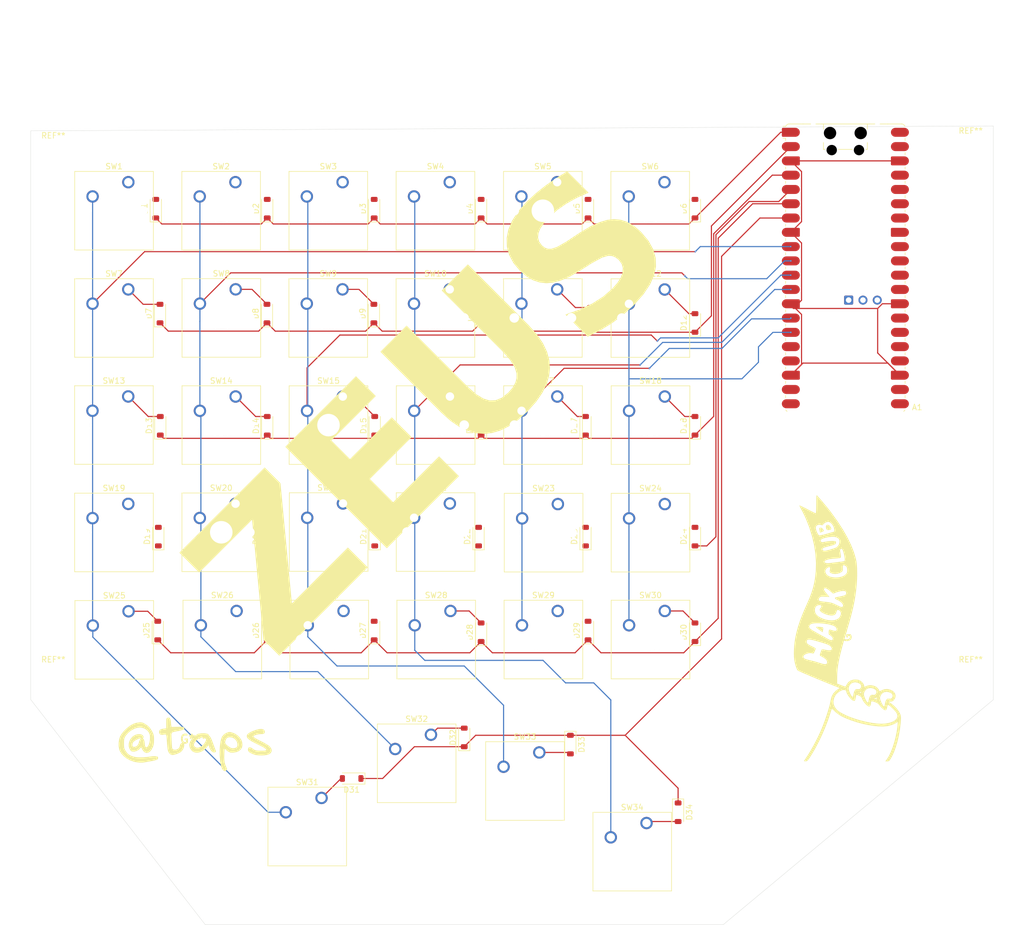
<source format=kicad_pcb>
(kicad_pcb (version 20241229) (generator "pcbnew") (generator_version "9.0")
  (layers (0 "F.Cu" signal) (2 "B.Cu" signal) (13 "F.Paste" user) (15 "B.Paste" user) (5 "F.SilkS" user "F.Silkscreen") (7 "B.SilkS" user "B.Silkscreen") (1 "F.Mask" user) (3 "B.Mask" user) (25 "Edge.Cuts" user))
  (net 0 "")
  (net 3 "col5")
  (net 11 "Net-(A1-GND-Pad13)")
  (net 12 "col6")
  (net 17 "row4")
  (net 20 "row3")
  (net 21 "col3")
  (net 24 "col4")
  (net 25 "col2")
  (net 28 "col1")
  (net 29 "row1")
  (net 31 "row2")
  (net 32 "row5")
  (net 34 "Net-(D1-A)")
  (net 35 "Net-(D2-A)")
  (net 36 "Net-(D3-A)")
  (net 37 "Net-(D4-A)")
  (net 38 "Net-(D5-A)")
  (net 39 "Net-(D6-A)")
  (net 40 "Net-(D7-A)")
  (net 41 "Net-(D8-A)")
  (net 42 "Net-(D9-A)")
  (net 43 "Net-(D10-A)")
  (net 44 "Net-(D11-A)")
  (net 45 "Net-(D12-A)")
  (net 46 "Net-(D13-A)")
  (net 47 "Net-(D14-A)")
  (net 48 "Net-(D15-A)")
  (net 49 "Net-(D16-A)")
  (net 50 "Net-(D17-A)")
  (net 51 "Net-(D18-A)")
  (net 52 "Net-(D19-A)")
  (net 53 "Net-(D20-A)")
  (net 54 "Net-(D21-A)")
  (net 55 "Net-(D22-A)")
  (net 56 "Net-(D23-A)")
  (net 57 "Net-(D24-A)")
  (net 58 "Net-(D25-A)")
  (net 59 "Net-(D26-A)")
  (net 60 "Net-(D27-A)")
  (net 61 "Net-(D28-A)")
  (net 62 "Net-(D29-A)")
  (net 63 "Net-(D30-A)")
  (net 64 "Net-(D31-A)")
  (net 65 "Net-(D32-A)")
  (net 66 "Net-(D33-A)")
  (net 67 "Net-(D34-A)")
  (net 68 "row6")
  (footprint "Diode_SMD:D_SOD-123" (layer "F.Cu") (at 91 91 90)
    (property "Reference" "D20")
    (property "Value" "1N4148WT")
  )
  (footprint "Diode_SMD:D_SOD-123" (layer "F.Cu") (at 144.86 127.97 -90)
    (property "Reference" "D33")
    (property "Value" "1N4148WT")
  )
  (footprint "Button_Switch_Keyboard:SW_Cherry_MX_1.00u_PCB" (layer "F.Cu") (at 142.54 66.095)
    (property "Reference" "SW17")
    (property "Value" "SW_Push")
  )
  (footprint "Diode_SMD:D_SOD-123" (layer "F.Cu") (at 167 71.3 90)
    (property "Reference" "D18")
    (property "Value" "1N4148WT")
  )
  (footprint "Button_Switch_Keyboard:SW_Cherry_MX_1.00u_PCB" (layer "F.Cu") (at 161.64 85.22)
    (property "Reference" "SW24")
    (property "Value" "SW_Push")
  )
  (footprint "Button_Switch_Keyboard:SW_Cherry_MX_1.00u_PCB" (layer "F.Cu") (at 66.36 104.27)
    (property "Reference" "SW25")
    (property "Value" "SW_Push")
  )
  (footprint "Diode_SMD:D_SOD-123" (layer "F.Cu") (at 110 107.7 90)
    (property "Reference" "D27")
    (property "Value" "1N4148WT")
  )
  (footprint "Diode_SMD:D_SOD-123" (layer "F.Cu") (at 129 71.3 90)
    (property "Reference" "D16")
    (property "Value" "1N4148WT")
  )
  (footprint "Button_Switch_Keyboard:SW_Cherry_MX_1.00u_PCB" (layer "F.Cu") (at 104.375 47.045)
    (property "Reference" "SW9")
    (property "Value" "SW_Push")
  )
  (footprint "Button_Switch_Keyboard:SW_Cherry_MX_1.00u_PCB" (layer "F.Cu") (at 85.39 47.04)
    (property "Reference" "SW8")
    (property "Value" "SW_Push")
  )
  (footprint "LOGO" (layer "F.Cu") (at 194 107.25 90)
    (property "Reference" "G***")
    (property "Value" "LOGO" (hide yes))
  )
  (footprint "Diode_SMD:D_SOD-123" (layer "F.Cu") (at 110.1 71.3 90)
    (property "Reference" "D15")
    (property "Value" "1N4148WT")
  )
  (footprint "Button_Switch_Keyboard:SW_Cherry_MX_1.00u_PCB" (layer "F.Cu") (at 142.61 104.22)
    (property "Reference" "SW29")
    (property "Value" "SW_Push")
  )
  (footprint "Button_Switch_Keyboard:SW_Cherry_MX_1.00u_PCB" (layer "F.Cu") (at 104.56 104.22)
    (property "Reference" "SW27")
    (property "Value" "SW_Push")
  )
  (footprint "Diode_SMD:D_SOD-123" (layer "F.Cu") (at 129 32.7 90)
    (property "Reference" "D4")
    (property "Value" "1N4148WT")
  )
  (footprint "Diode_SMD:D_SOD-123" (layer "F.Cu") (at 147.55 91 90)
    (property "Reference" "D23")
    (property "Value" "1N4148WT")
  )
  (footprint "Button_Switch_Keyboard:SW_Cherry_MX_1.00u_PCB" (layer "F.Cu") (at 66.31 47.05)
    (property "Reference" "SW7")
    (property "Value" "SW_Push")
  )
  (footprint "Diode_SMD:D_SOD-123" (layer "F.Cu") (at 106 134 180)
    (property "Reference" "D31")
    (property "Value" "1N4148WT")
  )
  (footprint "Button_Switch_Keyboard:SW_Cherry_MX_1.00u_PCB" (layer "F.Cu") (at 66.31 85.18)
    (property "Reference" "SW19")
    (property "Value" "SW_Push")
  )
  (footprint "Diode_SMD:D_SOD-123" (layer "F.Cu") (at 71.2 32.7 90)
    (property "Reference" "D1")
    (property "Value" "1N4148WT")
  )
  (footprint "Diode_SMD:D_SOD-123" (layer "F.Cu") (at 91 32.7 90)
    (property "Reference" "D2")
    (property "Value" "1N4148WT")
  )
  (footprint "MountingHole:MountingHole_2.2mm_M2" (layer "F.Cu") (at 216 22)
    (property "Reference" "REF**")
    (property "Value" "MountingHole_2.2mm_M2")
  )
  (footprint "Diode_SMD:D_SOD-123" (layer "F.Cu") (at 167 108 90)
    (property "Reference" "D30")
    (property "Value" "1N4148WT")
  )
  (footprint "Diode_SMD:D_SOD-123" (layer "F.Cu") (at 167 91 90)
    (property "Reference" "D24")
    (property "Value" "1N4148WT")
  )
  (footprint "MountingHole:MountingHole_2.2mm_M2" (layer "F.Cu") (at 53 22.865)
    (property "Reference" "REF**")
    (property "Value" "MountingHole_2.2mm_M2")
  )
  (footprint "Button_Switch_Keyboard:SW_Cherry_MX_1.00u_PCB" (layer "F.Cu") (at 123.43 27.99)
    (property "Reference" "SW4")
    (property "Value" "SW_Push")
  )
  (footprint "Button_Switch_Keyboard:SW_Cherry_MX_1.00u_PCB" (layer "F.Cu") (at 85.56 104.22)
    (property "Reference" "SW26")
    (property "Value" "SW_Push")
  )
  (footprint "Diode_SMD:D_SOD-123" (layer "F.Cu") (at 110.1 91 90)
    (property "Reference" "D21")
    (property "Value" "1N4148WT")
  )
  (footprint "Diode_SMD:D_SOD-123" (layer "F.Cu") (at 90.95 51.35 90)
    (property "Reference" "D8")
    (property "Value" "1N4148WT")
  )
  (footprint "Diode_SMD:D_SOD-123" (layer "F.Cu") (at 71.65 91 90)
    (property "Reference" "D19")
    (property "Value" "1N4148WT")
  )
  (footprint "Button_Switch_Keyboard:SW_Cherry_MX_1.00u_PCB" (layer "F.Cu") (at 161.64 66.1)
    (property "Reference" "SW18")
    (property "Value" "SW_Push")
  )
  (footprint "Diode_SMD:D_SOD-123" (layer "F.Cu") (at 71.95 51.35 90)
    (property "Reference" "D7")
    (property "Value" "1N4148WT")
  )
  (footprint "Button_Switch_Keyboard:SW_Cherry_MX_1.00u_PCB" (layer "F.Cu") (at 142.515 47.045)
    (property "Reference" "SW11")
    (property "Value" "SW_Push")
  )
  (footprint "Button_Switch_Keyboard:SW_Cherry_MX_1.00u_PCB" (layer "F.Cu") (at 100.65 137.46)
    (property "Reference" "SW31")
    (property "Value" "SW_Push")
  )
  (footprint "Button_Switch_Keyboard:SW_Cherry_MX_1.00u_PCB" (layer "F.Cu") (at 66.3 66.085)
    (property "Reference" "SW13")
    (property "Value" "SW_Push")
  )
  (footprint "Button_Switch_Keyboard:SW_Cherry_MX_1.00u_PCB" (layer "F.Cu") (at 120.09 126.22)
    (property "Reference" "SW32")
    (property "Value" "SW_Push")
  )
  (footprint "Diode_SMD:D_SOD-123" (layer "F.Cu") (at 126 126.7 90)
    (property "Reference" "D32")
    (property "Value" "1N4148WT")
  )
  (footprint "Diode_SMD:D_SOD-123" (layer "F.Cu") (at 164 140 -90)
    (property "Reference" "D34")
    (property "Value" "1N4148WT")
  )
  (footprint "Button_Switch_Keyboard:SW_Cherry_MX_1.00u_PCB" (layer "F.Cu") (at 104.39 27.99)
    (property "Reference" "SW3")
    (property "Value" "SW_Push")
  )
  (footprint "Button_Switch_Keyboard:SW_Cherry_MX_1.00u_PCB" (layer "F.Cu") (at 142.51 27.99)
    (property "Reference" "SW5")
    (property "Value" "SW_Push")
  )
  (footprint "Button_Switch_Keyboard:SW_Cherry_MX_1.00u_PCB" (layer "F.Cu") (at 66.32 27.99)
    (property "Reference" "SW1")
    (property "Value" "SW_Push")
  )
  (footprint "Diode_SMD:D_SOD-123" (layer "F.Cu") (at 91 107.7 90)
    (property "Reference" "D26")
    (property "Value" "1N4148WT")
  )
  (footprint "Button_Switch_Keyboard:SW_Cherry_MX_1.00u_PCB" (layer "F.Cu") (at 158.39 141.92)
    (property "Reference" "SW34")
    (property "Value" "SW_Push")
  )
  (footprint "Diode_SMD:D_SOD-123" (layer "F.Cu") (at 91 71.3 90)
    (property "Reference" "D14")
    (property "Value" "1N4148WT")
  )
  (footprint "Diode_SMD:D_SOD-123" (layer "F.Cu") (at 148 32.7 90)
    (property "Reference" "D5")
    (property "Value" "1N4148WT")
  )
  (footprint "Button_Switch_Keyboard:SW_Cherry_MX_1.00u_PCB" (layer "F.Cu") (at 123.45 85.11)
    (property "Reference" "SW22")
    (property "Value" "SW_Push")
  )
  (footprint "MountingHole:MountingHole_2.2mm_M2" (layer "F.Cu") (at 216 116)
    (property "Reference" "REF**")
    (property "Value" "MountingHole_2.2mm_M2")
  )
  (footprint "Diode_SMD:D_SOD-123" (layer "F.Cu") (at 109.95 51.35 90)
    (property "Reference" "D9")
    (property "Value" "1N4148WT")
  )
  (footprint "Button_Switch_Keyboard:SW_Cherry_MX_1.00u_PCB" (layer "F.Cu") (at 104.425 66.1)
    (property "Reference" "SW15")
    (property "Value" "SW_Push")
  )
  (footprint "Button_Switch_Keyboard:SW_Cherry_MX_1.00u_PCB" (layer "F.Cu") (at 142.64 85.22)
    (property "Reference" "SW23")
    (property "Value" "SW_Push")
  )
  (footprint "Button_Switch_Keyboard:SW_Cherry_MX_1.00u_PCB" (layer "F.Cu") (at 161.64 104.22)
    (property "Reference" "SW30")
    (property "Value" "SW_Push")
  )
  (footprint "Diode_SMD:D_SOD-123" (layer "F.Cu") (at 147.55 71.3 90)
    (property "Reference" "D17")
    (property "Value" "1N4148WT")
  )
  (footprint "Diode_SMD:D_SOD-123" (layer "F.Cu") (at 129 108 90)
    (property "Reference" "D28")
    (property "Value" "1N4148WT")
  )
  (footprint "Diode_SMD:D_SOD-123" (layer "F.Cu") (at 167 53.015 90)
    (property "Reference" "D12")
    (property "Value" "1N4148WT")
  )
  (footprint "Button_Switch_Keyboard:SW_Cherry_MX_1.00u_PCB" (layer "F.Cu") (at 85.35 27.99)
    (property "Reference" "SW2")
    (property "Value" "SW_Push")
  )
  (footprint "Button_Switch_Keyboard:SW_Cherry_MX_1.00u_PCB" (layer "F.Cu") (at 85.37 85.15)
    (property "Reference" "SW20")
    (property "Value" "SW_Push")
  )
  (footprint "Diode_SMD:D_SOD-123" (layer "F.Cu") (at 148 107.7 90)
    (property "Reference" "D29")
    (property "Value" "1N4148WT")
  )
  (footprint "Button_Switch_Keyboard:SW_Cherry_MX_1.00u_PCB" (layer "F.Cu") (at 104.45 85.11)
    (property "Reference" "SW21")
    (property "Value" "SW_Push")
  )
  (footprint "Diode_SMD:D_SOD-123" (layer "F.Cu") (at 128.55 91 90)
    (property "Reference" "D22")
    (property "Value" "1N4148WT")
  )
  (footprint "Module:RaspberryPi_Pico_W_SMD_HandSolder" (layer "F.Cu") (at 193.72 43.255)
    (property "Reference" "A1")
    (property "Value" "RaspberryPi_Pico_W")
  )
  (footprint "Diode_SMD:D_SOD-123" (layer "F.Cu") (at 167 32.7 90)
    (property "Reference" "D6")
    (property "Value" "1N4148WT")
  )
  (footprint "Button_Switch_Keyboard:SW_Cherry_MX_1.00u_PCB" (layer "F.Cu") (at 123.425 47.045)
    (property "Reference" "SW10")
    (property "Value" "SW_Push")
  )
  (footprint "Diode_SMD:D_SOD-123" (layer "F.Cu") (at 148.425 51.925 90)
    (property "Reference" "D11")
    (property "Value" "1N4148WT")
  )
  (footprint "Button_Switch_Keyboard:SW_Cherry_MX_1.00u_PCB" (layer "F.Cu") (at 123.46 66.095)
    (property "Reference" "SW16")
    (property "Value" "SW_Push")
  )
  (footprint "Diode_SMD:D_SOD-123" (layer "F.Cu") (at 128.95 51.365 90)
    (property "Reference" "D10")
    (property "Value" "1N4148WT")
  )
  (footprint "Diode_SMD:D_SOD-123" (layer "F.Cu") (at 71.55 107.7 90)
    (property "Reference" "D25")
    (property "Value" "1N4148WT")
  )
  (footprint "Diode_SMD:D_SOD-123" (layer "F.Cu") (at 110 32.7 90)
    (property "Reference" "D3")
    (property "Value" "1N4148WT")
  )
  (footprint "Button_Switch_Keyboard:SW_Cherry_MX_1.00u_PCB" (layer "F.Cu") (at 139.34 129.37)
    (property "Reference" "SW33")
    (property "Value" "SW_Push")
  )
  (footprint "Button_Switch_Keyboard:SW_Cherry_MX_1.00u_PCB" (layer "F.Cu") (at 85.385 66.095)
    (property "Reference" "SW14")
    (property "Value" "SW_Push")
  )
  (footprint "Button_Switch_Keyboard:SW_Cherry_MX_1.00u_PCB" (layer "F.Cu") (at 123.56 104.22)
    (property "Reference" "SW28")
    (property "Value" "SW_Push")
  )
  (footprint "MountingHole:MountingHole_2.2mm_M2" (layer "F.Cu") (at 53 116)
    (property "Reference" "REF**")
    (property "Value" "MountingHole_2.2mm_M2")
  )
  (footprint "Button_Switch_Keyboard:SW_Cherry_MX_1.00u_PCB" (layer "F.Cu") (at 161.58 27.99)
    (property "Reference" "SW6")
    (property "Value" "SW_Push")
  )
  (footprint "LOGO" (layer "F.Cu") (at 78 127)
    (property "Reference" "G***")
    (property "Value" "LOGO" (hide yes))
  )
  (footprint "Button_Switch_Keyboard:SW_Cherry_MX_1.00u_PCB" (layer "F.Cu") (at 161.62 47.07)
    (property "Reference" "SW12")
    (property "Value" "SW_Push")
  )
  (footprint "Diode_SMD:D_SOD-123" (layer "F.Cu") (at 72 71.3 90)
    (property "Reference" "D13")
    (property "Value" "1N4148WT")
  )
  (gr_line (start 220 120) (end 220 18) (stroke (width 0.05)) (layer "Edge.Cuts"))
  (gr_line (start 80 160) (end 172 160) (stroke (width 0.05)) (layer "Edge.Cuts"))
  (gr_line (start 220 18) (end 49 18.865) (stroke (width 0.05)) (layer "Edge.Cuts"))
  (gr_line (start 172 160) (end 220 120) (stroke (width 0.05)) (layer "Edge.Cuts"))
  (gr_line (start 49 18.865) (end 49 120) (stroke (width 0.05)) (layer "Edge.Cuts"))
  (gr_line (start 80 160) (end 49 120) (stroke (width 0.05)) (layer "Edge.Cuts"))
  (gr_text "ZEUS" (at 95.035 116.285 45) (layer "F.SilkS") (effects (font (size 25 25) (thickness 1) (bold yes)) (justify left bottom)))
  (segment (start 136.19 68.635) (end 143.745 61.08) (width 0.2) (layer "F.Cu") (net 3))
  (segment (start 143.745 61.08) (end 158.89 61.08) (width 0.2) (layer "F.Cu") (net 3))
  (via micro (at 158.89 61.08) (size 0.3) (drill 0.1) (layers "F.Cu" "B.Cu") (net 3))
  (via micro (at 184.03 52.145) (size 0.3) (drill 0.1) (layers "F.Cu" "B.Cu") (net 3))
  (segment (start 183.885 52.29) (end 184.03 52.145) (width 0.2) (layer "B.Cu") (net 3))
  (segment (start 171.79 57.55) (end 177.05 52.29) (width 0.2) (layer "B.Cu") (net 3))
  (segment (start 136.16 30.53) (end 136.26 30.63) (width 0.2) (layer "B.Cu") (net 3))
  (segment (start 162.42 57.55) (end 171.79 57.55) (width 0.2) (layer "B.Cu") (net 3))
  (segment (start 136.26 30.63) (end 136.26 106.76) (width 0.2) (layer "B.Cu") (net 3))
  (segment (start 158.89 61.08) (end 162.42 57.55) (width 0.2) (layer "B.Cu") (net 3))
  (segment (start 177.05 52.29) (end 183.885 52.29) (width 0.2) (layer "B.Cu") (net 3))
  (segment (start 199.45615 58.35115) (end 199.45615 50.44) (width 0.2) (layer "F.Cu") (net 11))
  (segment (start 201.259 60.154) (end 203.41 62.305) (width 0.2) (layer "F.Cu") (net 11))
  (segment (start 199.45615 50.44) (end 200.29115 49.605) (width 0.2) (layer "F.Cu") (net 11))
  (segment (start 185.931 60.404) (end 184.03 62.305) (width 0.2) (layer "F.Cu") (net 11))
  (segment (start 185.931 26.106) (end 185.931 35.004) (width 0.2) (layer "F.Cu") (net 11))
  (segment (start 200.29115 49.605) (end 203.41 49.605) (width 0.2) (layer "F.Cu") (net 11))
  (segment (start 184.03 49.605) (end 185.931 51.506) (width 0.2) (layer "F.Cu") (net 11))
  (segment (start 184.03 24.205) (end 185.931 26.106) (width 0.2) (layer "F.Cu") (net 11))
  (segment (start 184.03 62.305) (end 186.181 60.154) (width 0.2) (layer "F.Cu") (net 11))
  (segment (start 185.931 38.806) (end 185.931 48.979) (width 0.2) (layer "F.Cu") (net 11))
  (segment (start 184.03 36.905) (end 185.931 38.806) (width 0.2) (layer "F.Cu") (net 11))
  (segment (start 185.931 51.506) (end 185.931 60.404) (width 0.2) (layer "F.Cu") (net 11))
  (segment (start 185.931 35.004) (end 184.03 36.905) (width 0.2) (layer "F.Cu") (net 11))
  (segment (start 203.41 62.305) (end 199.45615 58.35115) (width 0.2) (layer "F.Cu") (net 11))
  (segment (start 185.931 48.979) (end 184.47 50.44) (width 0.2) (layer "F.Cu") (net 11))
  (segment (start 184.47 50.44) (end 199.45615 50.44) (width 0.2) (layer "F.Cu") (net 11))
  (segment (start 186.181 60.154) (end 201.259 60.154) (width 0.2) (layer "F.Cu") (net 11))
  (segment (start 203.41 24.205) (end 184.03 24.205) (width 0.2) (layer "F.Cu") (net 11))
  (via micro (at 184.03 54.685) (size 0.3) (drill 0.1) (layers "F.Cu" "B.Cu") (net 12))
  (segment (start 178.28 57.26) (end 180.855 54.685) (width 0.2) (layer "B.Cu") (net 12))
  (segment (start 180.855 54.685) (end 184.03 54.685) (width 0.2) (layer "B.Cu") (net 12))
  (segment (start 155.23 49.57) (end 155.27 49.61) (width 0.2) (layer "B.Cu") (net 12))
  (segment (start 155.27 49.61) (end 155.27 62.95) (width 0.2) (layer "B.Cu") (net 12))
  (segment (start 155.27 62.95) (end 175.33 62.95) (width 0.2) (layer "B.Cu") (net 12))
  (segment (start 175.33 62.95) (end 178.28 60) (width 0.2) (layer "B.Cu") (net 12))
  (segment (start 155.27 106.74) (end 155.29 106.76) (width 0.2) (layer "B.Cu") (net 12))
  (segment (start 155.23 30.53) (end 155.23 49.57) (width 0.2) (layer "B.Cu") (net 12))
  (segment (start 178.28 60) (end 178.28 57.26) (width 0.2) (layer "B.Cu") (net 12))
  (segment (start 155.27 62.95) (end 155.27 106.74) (width 0.2) (layer "B.Cu") (net 12))
  (segment (start 170.724 91.026) (end 169.1 92.65) (width 0.2) (layer "F.Cu") (net 17))
  (segment (start 184.03 29.285) (end 181.891 31.424) (width 0.2) (layer "F.Cu") (net 17))
  (segment (start 176.626 31.424) (end 170.724 37.326) (width 0.2) (layer "F.Cu") (net 17))
  (segment (start 170.724 37.326) (end 170.724 91.026) (width 0.2) (layer "F.Cu") (net 17))
  (segment (start 181.891 31.424) (end 176.626 31.424) (width 0.2) (layer "F.Cu") (net 17))
  (segment (start 169.1 92.65) (end 167 92.65) (width 0.2) (layer "F.Cu") (net 17))
  (segment (start 180.7379 26.745) (end 184.03 26.745) (width 0.2) (layer "F.Cu") (net 20))
  (segment (start 167 72.95) (end 170.323 69.627) (width 0.2) (layer "F.Cu") (net 20))
  (segment (start 72.576 73.526) (end 90.424 73.526) (width 0.2) (layer "F.Cu") (net 20))
  (segment (start 148.131 73.531) (end 147.55 72.95) (width 0.2) (layer "F.Cu") (net 20))
  (segment (start 110.1 72.95) (end 109.519 73.531) (width 0.2) (layer "F.Cu") (net 20))
  (segment (start 166.419 73.531) (end 148.131 73.531) (width 0.2) (layer "F.Cu") (net 20))
  (segment (start 170.323 69.627) (end 170.323 37.1599) (width 0.2) (layer "F.Cu") (net 20))
  (segment (start 146.974 73.526) (end 129.576 73.526) (width 0.2) (layer "F.Cu") (net 20))
  (segment (start 129 72.95) (end 128.424 73.526) (width 0.2) (layer "F.Cu") (net 20))
  (segment (start 109.519 73.531) (end 91.581 73.531) (width 0.2) (layer "F.Cu") (net 20))
  (segment (start 110.676 73.526) (end 110.1 72.95) (width 0.2) (layer "F.Cu") (net 20))
  (segment (start 90.424 73.526) (end 91 72.95) (width 0.2) (layer "F.Cu") (net 20))
  (segment (start 147.55 72.95) (end 146.974 73.526) (width 0.2) (layer "F.Cu") (net 20))
  (segment (start 72 72.95) (end 72.576 73.526) (width 0.2) (layer "F.Cu") (net 20))
  (segment (start 167 72.95) (end 166.419 73.531) (width 0.2) (layer "F.Cu") (net 20))
  (segment (start 129.576 73.526) (end 129 72.95) (width 0.2) (layer "F.Cu") (net 20))
  (segment (start 91.581 73.531) (end 91 72.95) (width 0.2) (layer "F.Cu") (net 20))
  (segment (start 170.323 37.1599) (end 180.7379 26.745) (width 0.2) (layer "F.Cu") (net 20))
  (segment (start 128.424 73.526) (end 110.676 73.526) (width 0.2) (layer "F.Cu") (net 20))
  (segment (start 98.075 60.995) (end 98.075 68.64) (width 0.2) (layer "F.Cu") (net 21))
  (segment (start 160.31 56.24) (end 159.24 55.17) (width 0.2) (layer "F.Cu") (net 21))
  (segment (start 184.015 44.525) (end 184.01 44.52) (width 0.2) (layer "F.Cu") (net 21))
  (segment (start 103.9 55.17) (end 98.075 60.995) (width 0.2) (layer "F.Cu") (net 21))
  (segment (start 184.03 44.525) (end 184.015 44.525) (width 0.2) (layer "F.Cu") (net 21))
  (segment (start 159.24 55.17) (end 103.9 55.17) (width 0.2) (layer "F.Cu") (net 21))
  (via micro (at 184.01 44.52) (size 0.3) (drill 0.1) (layers "F.Cu" "B.Cu") (net 21))
  (via micro (at 160.31 56.24) (size 0.3) (drill 0.1) (layers "F.Cu" "B.Cu") (net 21))
  (segment (start 160.88 55.67) (end 160.31 56.24) (width 0.2) (layer "B.Cu") (net 21))
  (segment (start 98.21 108.814816) (end 103.395184 114) (width 0.2) (layer "B.Cu") (net 21))
  (segment (start 171.12 55.67) (end 160.88 55.67) (width 0.2) (layer "B.Cu") (net 21))
  (segment (start 98.21 106.76) (end 98.21 30.7) (width 0.2) (layer "B.Cu") (net 21))
  (segment (start 98.21 30.7) (end 98.04 30.53) (width 0.2) (layer "B.Cu") (net 21))
  (segment (start 132.99 120.99) (end 132.99 131.91) (width 0.2) (layer "B.Cu") (net 21))
  (segment (start 103.395184 114) (end 126 114) (width 0.2) (layer "B.Cu") (net 21))
  (segment (start 126 114) (end 132.99 120.99) (width 0.2) (layer "B.Cu") (net 21))
  (segment (start 98.21 106.76) (end 98.21 108.814816) (width 0.2) (layer "B.Cu") (net 21))
  (segment (start 184.01 44.52) (end 182.27 44.52) (width 0.2) (layer "B.Cu") (net 21))
  (segment (start 182.27 44.52) (end 171.12 55.67) (width 0.2) (layer "B.Cu") (net 21))
  (segment (start 125.265 60.48) (end 157.25 60.48) (width 0.2) (layer "F.Cu") (net 24))
  (segment (start 117.11 68.635) (end 125.265 60.48) (width 0.2) (layer "F.Cu") (net 24))
  (via micro (at 184.03 47.065) (size 0.3) (drill 0.1) (layers "F.Cu" "B.Cu") (net 24))
  (via micro (at 157.25 60.48) (size 0.3) (drill 0.1) (layers "F.Cu" "B.Cu") (net 24))
  (segment (start 144 117) (end 149 117) (width 0.2) (layer "B.Cu") (net 24))
  (segment (start 161.26 56.47) (end 171.76 56.47) (width 0.2) (layer "B.Cu") (net 24))
  (segment (start 181.165 47.065) (end 184.03 47.065) (width 0.2) (layer "B.Cu") (net 24))
  (segment (start 117.08 30.53) (end 117.21 30.66) (width 0.2) (layer "B.Cu") (net 24))
  (segment (start 117.21 30.66) (end 117.21 106.76) (width 0.2) (layer "B.Cu") (net 24))
  (segment (start 119 113) (end 140 113) (width 0.2) (layer "B.Cu") (net 24))
  (segment (start 152.04 120.04) (end 152.04 144.46) (width 0.2) (layer "B.Cu") (net 24))
  (segment (start 117.21 106.76) (end 117.21 111.21) (width 0.2) (layer "B.Cu") (net 24))
  (segment (start 171.76 56.47) (end 181.165 47.065) (width 0.2) (layer "B.Cu") (net 24))
  (segment (start 117.21 111.21) (end 119 113) (width 0.2) (layer "B.Cu") (net 24))
  (segment (start 157.25 60.48) (end 161.26 56.47) (width 0.2) (layer "B.Cu") (net 24))
  (segment (start 140 113) (end 144 117) (width 0.2) (layer "B.Cu") (net 24))
  (segment (start 149 117) (end 152.04 120.04) (width 0.2) (layer "B.Cu") (net 24))
  (segment (start 84.51 44.11) (end 164.65 44.11) (width 0.2) (layer "F.Cu") (net 25))
  (segment (start 164.65 44.11) (end 165.19 44.65) (width 0.2) (layer "F.Cu") (net 25))
  (segment (start 79.04 49.58) (end 84.51 44.11) (width 0.2) (layer "F.Cu") (net 25))
  (via micro (at 165.19 44.65) (size 0.3) (drill 0.1) (layers "F.Cu" "B.Cu") (net 25))
  (via micro (at 184.03 41.985) (size 0.3) (drill 0.1) (layers "F.Cu" "B.Cu") (net 25))
  (segment (start 79.035 52.745) (end 79.035 68.635) (width 0.2) (layer "B.Cu") (net 25))
  (segment (start 165.69 45.15) (end 179.75 45.15) (width 0.2) (layer "B.Cu") (net 25))
  (segment (start 79.21 108.814816) (end 85.395184 115) (width 0.2) (layer "B.Cu") (net 25))
  (segment (start 79.04 49.58) (end 79.04 52.74) (width 0.2) (layer "B.Cu") (net 25))
  (segment (start 79.035 68.635) (end 79.21 68.81) (width 0.2) (layer "B.Cu") (net 25))
  (segment (start 79.04 30.57) (end 79 30.53) (width 0.2) (layer "B.Cu") (net 25))
  (segment (start 79.04 49.58) (end 79.04 30.57) (width 0.2) (layer "B.Cu") (net 25))
  (segment (start 79.21 106.76) (end 79.21 108.814816) (width 0.2) (layer "B.Cu") (net 25))
  (segment (start 165.19 44.65) (end 165.69 45.15) (width 0.2) (layer "B.Cu") (net 25))
  (segment (start 182.915 41.985) (end 184.03 41.985) (width 0.2) (layer "B.Cu") (net 25))
  (segment (start 79.04 52.74) (end 79.035 52.745) (width 0.2) (layer "B.Cu") (net 25))
  (segment (start 85.395184 115) (end 99.98 115) (width 0.2) (layer "B.Cu") (net 25))
  (segment (start 79.21 68.81) (end 79.21 106.76) (width 0.2) (layer "B.Cu") (net 25))
  (segment (start 99.98 115) (end 113.74 128.76) (width 0.2) (layer "B.Cu") (net 25))
  (segment (start 179.75 45.15) (end 182.915 41.985) (width 0.2) (layer "B.Cu") (net 25))
  (segment (start 184.005 39.445) (end 184 39.44) (width 0.2) (layer "F.Cu") (net 28))
  (segment (start 167.05 40.34) (end 69.21 40.34) (width 0.2) (layer "F.Cu") (net 28))
  (segment (start 184.03 39.445) (end 184.005 39.445) (width 0.2) (layer "F.Cu") (net 28))
  (segment (start 69.21 40.34) (end 59.96 49.59) (width 0.2) (layer "F.Cu") (net 28))
  (via micro (at 184 39.44) (size 0.3) (drill 0.1) (layers "F.Cu" "B.Cu") (net 28))
  (via micro (at 167.05 40.34) (size 0.3) (drill 0.1) (layers "F.Cu" "B.Cu") (net 28))
  (segment (start 60.01 106.81) (end 60.01 108.864816) (width 0.2) (layer "B.Cu") (net 28))
  (segment (start 60.01 108.864816) (end 91.145184 140) (width 0.2) (layer "B.Cu") (net 28))
  (segment (start 184 39.44) (end 167.95 39.44) (width 0.2) (layer "B.Cu") (net 28))
  (segment (start 60.01 106.81) (end 59.97 106.77) (width 0.2) (layer "B.Cu") (net 28))
  (segment (start 91.145184 140) (end 94.3 140) (width 0.2) (layer "B.Cu") (net 28))
  (segment (start 167.95 39.44) (end 167.05 40.34) (width 0.2) (layer "B.Cu") (net 28))
  (segment (start 59.97 106.77) (end 59.97 30.53) (width 0.2) (layer "B.Cu") (net 28))
  (segment (start 167 34.35) (end 165.925 35.425) (width 0.2) (layer "F.Cu") (net 29))
  (segment (start 72.271 35.421) (end 71.2 34.35) (width 0.2) (layer "F.Cu") (net 29))
  (segment (start 182.225 19.125) (end 167 34.35) (width 0.2) (layer "F.Cu") (net 29))
  (segment (start 148 34.35) (end 146.929 35.421) (width 0.2) (layer "F.Cu") (net 29))
  (segment (start 110 34.35) (end 108.929 35.421) (width 0.2) (layer "F.Cu") (net 29))
  (segment (start 130.071 35.421) (end 129 34.35) (width 0.2) (layer "F.Cu") (net 29))
  (segment (start 111.075 35.425) (end 110 34.35) (width 0.2) (layer "F.Cu") (net 29))
  (segment (start 92.071 35.421) (end 91 34.35) (width 0.2) (layer "F.Cu") (net 29))
  (segment (start 146.929 35.421) (end 130.071 35.421) (width 0.2) (layer "F.Cu") (net 29))
  (segment (start 127.925 35.425) (end 111.075 35.425) (width 0.2) (layer "F.Cu") (net 29))
  (segment (start 149.075 35.425) (end 148 34.35) (width 0.2) (layer "F.Cu") (net 29))
  (segment (start 108.929 35.421) (end 92.071 35.421) (width 0.2) (layer "F.Cu") (net 29))
  (segment (start 165.925 35.425) (end 149.075 35.425) (width 0.2) (layer "F.Cu") (net 29))
  (segment (start 91 34.35) (end 89.929 35.421) (width 0.2) (layer "F.Cu") (net 29))
  (segment (start 129 34.35) (end 127.925 35.425) (width 0.2) (layer "F.Cu") (net 29))
  (segment (start 184.03 19.125) (end 182.225 19.125) (width 0.2) (layer "F.Cu") (net 29))
  (segment (start 89.929 35.421) (end 72.271 35.421) (width 0.2) (layer "F.Cu") (net 29))
  (segment (start 169.922 35.773) (end 169.922 51.743) (width 0.2) (layer "F.Cu") (net 31))
  (segment (start 149.515 54.665) (end 167 54.665) (width 0.2) (layer "F.Cu") (net 31))
  (segment (start 92.426 54.476) (end 90.95 53) (width 0.2) (layer "F.Cu") (net 31))
  (segment (start 184.03 21.665) (end 169.922 35.773) (width 0.2) (layer "F.Cu") (net 31))
  (segment (start 89.479 54.471) (end 90.95 53) (width 0.2) (layer "F.Cu") (net 31))
  (segment (start 108.474 54.476) (end 92.426 54.476) (width 0.2) (layer "F.Cu") (net 31))
  (segment (start 73.421 54.471) (end 89.479 54.471) (width 0.2) (layer "F.Cu") (net 31))
  (segment (start 148.425 53.575) (end 147.524 54.476) (width 0.2) (layer "F.Cu") (net 31))
  (segment (start 109.95 53) (end 108.474 54.476) (width 0.2) (layer "F.Cu") (net 31))
  (segment (start 147.524 54.476) (end 130.411 54.476) (width 0.2) (layer "F.Cu") (net 31))
  (segment (start 130.411 54.476) (end 128.95 53.015) (width 0.2) (layer "F.Cu") (net 31))
  (segment (start 128.95 53.015) (end 127.489 54.476) (width 0.2) (layer "F.Cu") (net 31))
  (segment (start 127.489 54.476) (end 111.426 54.476) (width 0.2) (layer "F.Cu") (net 31))
  (segment (start 169.922 51.743) (end 167 54.665) (width 0.2) (layer "F.Cu") (net 31))
  (segment (start 111.426 54.476) (end 109.95 53) (width 0.2) (layer "F.Cu") (net 31))
  (segment (start 71.95 53) (end 73.421 54.471) (width 0.2) (layer "F.Cu") (net 31))
  (segment (start 148.425 53.575) (end 149.515 54.665) (width 0.2) (layer "F.Cu") (net 31))
  (segment (start 129 109.65) (end 131.001 111.651) (width 0.2) (layer "F.Cu") (net 32))
  (segment (start 107.699 111.651) (end 93.301 111.651) (width 0.2) (layer "F.Cu") (net 32))
  (segment (start 110 109.35) (end 107.699 111.651) (width 0.2) (layer "F.Cu") (net 32))
  (segment (start 177.25 31.825) (end 184.03 31.825) (width 0.2) (layer "F.Cu") (net 32))
  (segment (start 88.699 111.651) (end 91 109.35) (width 0.2) (layer "F.Cu") (net 32))
  (segment (start 126.999 111.651) (end 112.301 111.651) (width 0.2) (layer "F.Cu") (net 32))
  (segment (start 71.55 109.35) (end 73.851 111.651) (width 0.2) (layer "F.Cu") (net 32))
  (segment (start 73.851 111.651) (end 88.699 111.651) (width 0.2) (layer "F.Cu") (net 32))
  (segment (start 148 109.35) (end 150.301 111.651) (width 0.2) (layer "F.Cu") (net 32))
  (segment (start 171.125 37.95) (end 177.25 31.825) (width 0.2) (layer "F.Cu") (net 32))
  (segment (start 164.999 111.651) (end 167 109.65) (width 0.2) (layer "F.Cu") (net 32))
  (segment (start 112.301 111.651) (end 110 109.35) (width 0.2) (layer "F.Cu") (net 32))
  (segment (start 167 109.65) (end 171.125 105.525) (width 0.2) (layer "F.Cu") (net 32))
  (segment (start 145.699 111.651) (end 148 109.35) (width 0.2) (layer "F.Cu") (net 32))
  (segment (start 129 109.65) (end 126.999 111.651) (width 0.2) (layer "F.Cu") (net 32))
  (segment (start 131.001 111.651) (end 145.699 111.651) (width 0.2) (layer "F.Cu") (net 32))
  (segment (start 93.301 111.651) (end 91 109.35) (width 0.2) (layer "F.Cu") (net 32))
  (segment (start 171.125 105.525) (end 171.125 37.95) (width 0.2) (layer "F.Cu") (net 32))
  (segment (start 150.301 111.651) (end 164.999 111.651) (width 0.2) (layer "F.Cu") (net 32))
  (segment (start 71.95 49.7) (end 68.96 49.7) (width 0.2) (layer "F.Cu") (net 40))
  (segment (start 68.96 49.7) (end 66.31 47.05) (width 0.2) (layer "F.Cu") (net 40))
  (segment (start 88.29 47.04) (end 90.95 49.7) (width 0.2) (layer "F.Cu") (net 41))
  (segment (start 85.39 47.04) (end 88.29 47.04) (width 0.2) (layer "F.Cu") (net 41))
  (segment (start 107.295 47.045) (end 109.95 49.7) (width 0.2) (layer "F.Cu") (net 42))
  (segment (start 104.375 47.045) (end 107.295 47.045) (width 0.2) (layer "F.Cu") (net 42))
  (segment (start 123.425 47.045) (end 126.095 49.715) (width 0.2) (layer "F.Cu") (net 43))
  (segment (start 126.095 49.715) (end 128.95 49.715) (width 0.2) (layer "F.Cu") (net 43))
  (segment (start 142.515 47.045) (end 145.745 50.275) (width 0.2) (layer "F.Cu") (net 44))
  (segment (start 145.745 50.275) (end 148.425 50.275) (width 0.2) (layer "F.Cu") (net 44))
  (segment (start 165.915 51.365) (end 161.62 47.07) (width 0.2) (layer "F.Cu") (net 45))
  (segment (start 167 51.365) (end 165.915 51.365) (width 0.2) (layer "F.Cu") (net 45))
  (segment (start 72 69.65) (end 69.865 69.65) (width 0.2) (layer "F.Cu") (net 46))
  (segment (start 69.865 69.65) (end 66.3 66.085) (width 0.2) (layer "F.Cu") (net 46))
  (segment (start 91 69.65) (end 88.94 69.65) (width 0.2) (layer "F.Cu") (net 47))
  (segment (start 88.94 69.65) (end 85.385 66.095) (width 0.2) (layer "F.Cu") (net 47))
  (segment (start 106.55 66.1) (end 110.1 69.65) (width 0.2) (layer "F.Cu") (net 48))
  (segment (start 104.425 66.1) (end 106.55 66.1) (width 0.2) (layer "F.Cu") (net 48))
  (segment (start 123.46 66.095) (end 125.445 66.095) (width 0.2) (layer "F.Cu") (net 49))
  (segment (start 125.445 66.095) (end 129 69.65) (width 0.2) (layer "F.Cu") (net 49))
  (segment (start 146.095 69.65) (end 147.55 69.65) (width 0.2) (layer "F.Cu") (net 50))
  (segment (start 142.54 66.095) (end 146.095 69.65) (width 0.2) (layer "F.Cu") (net 50))
  (segment (start 167 69.65) (end 165.19 69.65) (width 0.2) (layer "F.Cu") (net 51))
  (segment (start 165.19 69.65) (end 161.64 66.1) (width 0.2) (layer "F.Cu") (net 51))
  (segment (start 66.36 104.27) (end 69.77 104.27) (width 0.2) (layer "F.Cu") (net 58))
  (segment (start 69.77 104.27) (end 71.55 106.05) (width 0.2) (layer "F.Cu") (net 58))
  (segment (start 126.87 104.22) (end 129 106.35) (width 0.2) (layer "F.Cu") (net 61))
  (segment (start 123.56 104.22) (end 126.87 104.22) (width 0.2) (layer "F.Cu") (net 61))
  (segment (start 161.64 104.22) (end 164.87 104.22) (width 0.2) (layer "F.Cu") (net 63))
  (segment (start 164.87 104.22) (end 167 106.35) (width 0.2) (layer "F.Cu") (net 63))
  (segment (start 104.11 134) (end 104.35 134) (width 0.2) (layer "F.Cu") (net 64))
  (segment (start 100.65 137.46) (end 104.11 134) (width 0.2) (layer "F.Cu") (net 64))
  (segment (start 126 125.05) (end 121.26 125.05) (width 0.2) (layer "F.Cu") (net 65))
  (segment (start 121.26 125.05) (end 120.09 126.22) (width 0.2) (layer "F.Cu") (net 65))
  (segment (start 139.34 129.37) (end 144.61 129.37) (width 0.2) (layer "F.Cu") (net 66))
  (segment (start 144.61 129.37) (end 144.86 129.62) (width 0.2) (layer "F.Cu") (net 66))
  (segment (start 158.66 141.65) (end 158.39 141.92) (width 0.2) (layer "F.Cu") (net 67))
  (segment (start 164 141.65) (end 158.66 141.65) (width 0.2) (layer "F.Cu") (net 67))
  (segment (start 154.595 126.32) (end 171.725 109.19) (width 0.2) (layer "F.Cu") (net 68))
  (segment (start 126 128.35) (end 117.15 128.35) (width 0.2) (layer "F.Cu") (net 68))
  (segment (start 154.595 126.32) (end 144.86 126.32) (width 0.2) (layer "F.Cu") (net 68))
  (segment (start 144.86 126.32) (end 128.03 126.32) (width 0.2) (layer "F.Cu") (net 68))
  (segment (start 128.03 126.32) (end 126 128.35) (width 0.2) (layer "F.Cu") (net 68))
  (segment (start 164 138.35) (end 164 135.725) (width 0.2) (layer "F.Cu") (net 68))
  (segment (start 171.725 41.175) (end 178.535 34.365) (width 0.2) (layer "F.Cu") (net 68))
  (segment (start 111.5 134) (end 107.65 134) (width 0.2) (layer "F.Cu") (net 68))
  (segment (start 164 135.725) (end 154.595 126.32) (width 0.2) (layer "F.Cu") (net 68))
  (segment (start 178.535 34.365) (end 184.03 34.365) (width 0.2) (layer "F.Cu") (net 68))
  (segment (start 171.725 109.19) (end 171.725 41.175) (width 0.2) (layer "F.Cu") (net 68))
  (segment (start 117.15 128.35) (end 111.5 134) (width 0.2) (layer "F.Cu") (net 68))
)
</source>
